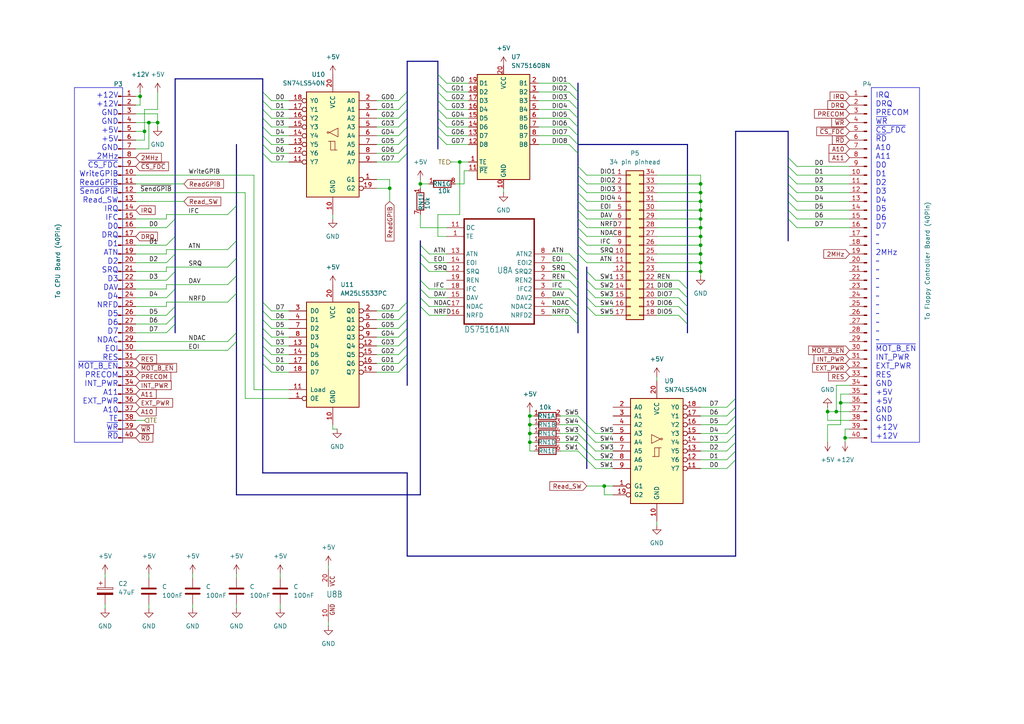
<source format=kicad_sch>
(kicad_sch (version 20231120) (generator "eeschema") (generator_version "8.0")
  (paper "A4")
  (title_block (company "JDat aka YL3AKC"))
  (junction (at 43.18 35.56))
  (junction (at 203.2 66.04))
  (junction (at 240.03 119.38))
  (junction (at 243.84 116.84))
  (junction (at 203.2 68.58))
  (junction (at 153.67 123.19))
  (junction (at 242.57 119.38))
  (junction (at 113.03 54.61))
  (junction (at 203.2 63.5))
  (junction (at 40.64 27.94))
  (junction (at 175.26 140.97))
  (junction (at 153.67 125.73))
  (junction (at 245.11 127))
  (junction (at 203.2 78.74))
  (junction (at 41.91 38.1))
  (junction (at 133.35 46.99))
  (junction (at 45.72 35.56))
  (junction (at 203.2 53.34))
  (junction (at 121.92 53.34))
  (junction (at 203.2 58.42))
  (junction (at 153.67 120.65))
  (junction (at 203.2 71.12))
  (junction (at 203.2 60.96))
  (junction (at 153.67 128.27))
  (junction (at 203.2 55.88))
  (junction (at 203.2 76.2))
  (junction (at 203.2 73.66))
  (bus_entry (at 48.26 86.36) (size 2.54 -2.54))
  (bus_entry (at 167.64 130.81) (size 2.54 2.54))
  (bus_entry (at 165.1 88.9) (size 2.54 2.54))
  (bus_entry (at 165.1 86.36) (size 2.54 2.54))
  (bus_entry (at 127 29.21) (size 2.54 2.54))
  (bus_entry (at 121.92 86.36) (size 2.54 2.54))
  (bus_entry (at 127 34.29) (size 2.54 2.54))
  (bus_entry (at 78.74 46.99) (size -2.54 -2.54))
  (bus_entry (at 115.57 29.21) (size 2.54 -2.54))
  (bus_entry (at 167.64 58.42) (size 2.54 2.54))
  (bus_entry (at 165.1 91.44) (size 2.54 2.54))
  (bus_entry (at 127 36.83) (size 2.54 2.54))
  (bus_entry (at 170.18 83.82) (size 2.54 2.54))
  (bus_entry (at 170.18 130.81) (size 2.54 2.54))
  (bus_entry (at 78.74 102.87) (size -2.54 -2.54))
  (bus_entry (at 167.64 48.26) (size 2.54 2.54))
  (bus_entry (at 48.26 93.98) (size 2.54 -2.54))
  (bus_entry (at 115.57 31.75) (size 2.54 -2.54))
  (bus_entry (at 66.04 101.6) (size 2.54 -2.54))
  (bus_entry (at 196.85 86.36) (size 2.54 2.54))
  (bus_entry (at 115.57 39.37) (size 2.54 -2.54))
  (bus_entry (at 228.6 50.8) (size 2.54 2.54))
  (bus_entry (at 165.1 24.13) (size 2.54 2.54))
  (bus_entry (at 196.85 88.9) (size 2.54 2.54))
  (bus_entry (at 167.64 66.04) (size 2.54 2.54))
  (bus_entry (at 170.18 86.36) (size 2.54 2.54))
  (bus_entry (at 121.92 81.28) (size 2.54 2.54))
  (bus_entry (at 165.1 39.37) (size 2.54 2.54))
  (bus_entry (at 115.57 46.99) (size 2.54 -2.54))
  (bus_entry (at 66.04 62.23) (size 2.54 -2.54))
  (bus_entry (at 115.57 95.25) (size 2.54 -2.54))
  (bus_entry (at 115.57 102.87) (size 2.54 -2.54))
  (bus_entry (at 196.85 81.28) (size 2.54 2.54))
  (bus_entry (at 78.74 97.79) (size -2.54 -2.54))
  (bus_entry (at 78.74 90.17) (size -2.54 -2.54))
  (bus_entry (at 167.64 55.88) (size 2.54 2.54))
  (bus_entry (at 115.57 97.79) (size 2.54 -2.54))
  (bus_entry (at 127 21.59) (size 2.54 2.54))
  (bus_entry (at 127 24.13) (size 2.54 2.54))
  (bus_entry (at 165.1 41.91) (size 2.54 2.54))
  (bus_entry (at 78.74 95.25) (size -2.54 -2.54))
  (bus_entry (at 78.74 92.71) (size -2.54 -2.54))
  (bus_entry (at 66.04 77.47) (size 2.54 -2.54))
  (bus_entry (at 167.64 125.73) (size 2.54 2.54))
  (bus_entry (at 48.26 71.12) (size 2.54 -2.54))
  (bus_entry (at 165.1 31.75) (size 2.54 2.54))
  (bus_entry (at 165.1 26.67) (size 2.54 2.54))
  (bus_entry (at 228.6 58.42) (size 2.54 2.54))
  (bus_entry (at 66.04 99.06) (size 2.54 -2.54))
  (bus_entry (at 167.64 128.27) (size 2.54 2.54))
  (bus_entry (at 48.26 81.28) (size 2.54 -2.54))
  (bus_entry (at 170.18 81.28) (size 2.54 2.54))
  (bus_entry (at 78.74 44.45) (size -2.54 -2.54))
  (bus_entry (at 210.82 130.81) (size 2.54 -2.54))
  (bus_entry (at 115.57 107.95) (size 2.54 -2.54))
  (bus_entry (at 115.57 36.83) (size 2.54 -2.54))
  (bus_entry (at 167.64 123.19) (size 2.54 2.54))
  (bus_entry (at 48.26 91.44) (size 2.54 -2.54))
  (bus_entry (at 78.74 39.37) (size -2.54 -2.54))
  (bus_entry (at 228.6 48.26) (size 2.54 2.54))
  (bus_entry (at 210.82 123.19) (size 2.54 -2.54))
  (bus_entry (at 165.1 34.29) (size 2.54 2.54))
  (bus_entry (at 210.82 133.35) (size 2.54 -2.54))
  (bus_entry (at 115.57 44.45) (size 2.54 -2.54))
  (bus_entry (at 167.64 53.34) (size 2.54 2.54))
  (bus_entry (at 167.64 50.8) (size 2.54 2.54))
  (bus_entry (at 167.64 68.58) (size 2.54 2.54))
  (bus_entry (at 167.64 73.66) (size 2.54 2.54))
  (bus_entry (at 165.1 73.66) (size 2.54 2.54))
  (bus_entry (at 48.26 96.52) (size 2.54 -2.54))
  (bus_entry (at 167.64 63.5) (size 2.54 2.54))
  (bus_entry (at 78.74 100.33) (size -2.54 -2.54))
  (bus_entry (at 228.6 55.88) (size 2.54 2.54))
  (bus_entry (at 167.64 71.12) (size 2.54 2.54))
  (bus_entry (at 210.82 128.27) (size 2.54 -2.54))
  (bus_entry (at 196.85 91.44) (size 2.54 2.54))
  (bus_entry (at 210.82 118.11) (size 2.54 -2.54))
  (bus_entry (at 127 31.75) (size 2.54 2.54))
  (bus_entry (at 121.92 88.9) (size 2.54 2.54))
  (bus_entry (at 167.64 60.96) (size 2.54 2.54))
  (bus_entry (at 115.57 100.33) (size 2.54 -2.54))
  (bus_entry (at 121.92 83.82) (size 2.54 2.54))
  (bus_entry (at 48.26 76.2) (size 2.54 -2.54))
  (bus_entry (at 165.1 81.28) (size 2.54 2.54))
  (bus_entry (at 78.74 29.21) (size -2.54 -2.54))
  (bus_entry (at 115.57 105.41) (size 2.54 -2.54))
  (bus_entry (at 170.18 133.35) (size 2.54 2.54))
  (bus_entry (at 210.82 120.65) (size 2.54 -2.54))
  (bus_entry (at 165.1 78.74) (size 2.54 2.54))
  (bus_entry (at 210.82 125.73) (size 2.54 -2.54))
  (bus_entry (at 121.92 71.12) (size 2.54 2.54))
  (bus_entry (at 115.57 92.71) (size 2.54 -2.54))
  (bus_entry (at 127 26.67) (size 2.54 2.54))
  (bus_entry (at 170.18 123.19) (size 2.54 2.54))
  (bus_entry (at 228.6 53.34) (size 2.54 2.54))
  (bus_entry (at 165.1 29.21) (size 2.54 2.54))
  (bus_entry (at 78.74 41.91) (size -2.54 -2.54))
  (bus_entry (at 78.74 34.29) (size -2.54 -2.54))
  (bus_entry (at 210.82 135.89) (size 2.54 -2.54))
  (bus_entry (at 78.74 36.83) (size -2.54 -2.54))
  (bus_entry (at 196.85 83.82) (size 2.54 2.54))
  (bus_entry (at 170.18 78.74) (size 2.54 2.54))
  (bus_entry (at 115.57 41.91) (size 2.54 -2.54))
  (bus_entry (at 121.92 73.66) (size 2.54 2.54))
  (bus_entry (at 170.18 128.27) (size 2.54 2.54))
  (bus_entry (at 167.64 120.65) (size 2.54 2.54))
  (bus_entry (at 48.26 66.04) (size 2.54 -2.54))
  (bus_entry (at 127 39.37) (size 2.54 2.54))
  (bus_entry (at 165.1 83.82) (size 2.54 2.54))
  (bus_entry (at 66.04 72.39) (size 2.54 -2.54))
  (bus_entry (at 170.18 125.73) (size 2.54 2.54))
  (bus_entry (at 165.1 36.83) (size 2.54 2.54))
  (bus_entry (at 165.1 76.2) (size 2.54 2.54))
  (bus_entry (at 228.6 60.96) (size 2.54 2.54))
  (bus_entry (at 78.74 107.95) (size -2.54 -2.54))
  (bus_entry (at 78.74 105.41) (size -2.54 -2.54))
  (bus_entry (at 66.04 87.63) (size 2.54 -2.54))
  (bus_entry (at 115.57 90.17) (size 2.54 -2.54))
  (bus_entry (at 78.74 31.75) (size -2.54 -2.54))
  (bus_entry (at 170.18 88.9) (size 2.54 2.54))
  (bus_entry (at 228.6 63.5) (size 2.54 2.54))
  (bus_entry (at 66.04 82.55) (size 2.54 -2.54))
  (bus_entry (at 228.6 45.72) (size 2.54 2.54))
  (bus_entry (at 121.92 76.2) (size 2.54 2.54))
  (bus_entry (at 115.57 34.29) (size 2.54 -2.54))
  (bus (pts (xy 76.2 97.79) (xy 76.2 100.33)))
  (wire (pts (xy 39.37 43.18) (xy 43.18 43.18)))
  (wire (pts (xy 68.58 166.37) (xy 68.58 167.64)))
  (bus (pts (xy 76.2 44.45) (xy 76.2 87.63)))
  (wire (pts (xy 160.02 76.2) (xy 165.1 76.2)))
  (bus (pts (xy 121.92 76.2) (xy 121.92 81.28)))
  (bus (pts (xy 118.11 100.33) (xy 118.11 102.87)))
  (wire (pts (xy 83.82 41.91) (xy 78.74 41.91)))
  (wire (pts (xy 190.5 76.2) (xy 203.2 76.2)))
  (wire (pts (xy 96.52 63.5) (xy 96.52 62.23)))
  (wire (pts (xy 153.67 120.65) (xy 153.67 119.38)))
  (wire (pts (xy 45.72 35.56) (xy 45.72 36.83)))
  (bus (pts (xy 213.36 38.1) (xy 213.36 115.57)))
  (wire (pts (xy 156.21 29.21) (xy 165.1 29.21)))
  (wire (pts (xy 203.2 133.35) (xy 210.82 133.35)))
  (wire (pts (xy 39.37 81.28) (xy 48.26 81.28)))
  (wire (pts (xy 39.37 93.98) (xy 48.26 93.98)))
  (bus (pts (xy 118.11 31.75) (xy 118.11 34.29)))
  (bus (pts (xy 76.2 31.75) (xy 76.2 34.29)))
  (bus (pts (xy 167.64 93.98) (xy 167.64 96.52)))
  (bus (pts (xy 167.64 24.13) (xy 167.64 26.67)))
  (bus (pts (xy 199.39 83.82) (xy 199.39 41.91)))
  (wire (pts (xy 41.91 121.92) (xy 39.37 121.92)))
  (wire (pts (xy 109.22 107.95) (xy 115.57 107.95)))
  (wire (pts (xy 39.37 30.48) (xy 40.64 30.48)))
  (wire (pts (xy 95.25 163.83) (xy 95.25 165.1)))
  (wire (pts (xy 78.74 102.87) (xy 83.82 102.87)))
  (wire (pts (xy 48.26 77.47) (xy 66.04 77.47)))
  (wire (pts (xy 48.26 82.55) (xy 66.04 82.55)))
  (wire (pts (xy 109.22 34.29) (xy 115.57 34.29)))
  (wire (pts (xy 39.37 78.74) (xy 48.26 78.74)))
  (wire (pts (xy 243.84 123.19) (xy 240.03 123.19)))
  (wire (pts (xy 124.46 73.66) (xy 129.54 73.66)))
  (wire (pts (xy 30.48 166.37) (xy 30.48 167.64)))
  (bus (pts (xy 76.2 92.71) (xy 76.2 95.25)))
  (bus (pts (xy 228.6 38.1) (xy 228.6 45.72)))
  (bus (pts (xy 76.2 102.87) (xy 76.2 105.41)))
  (wire (pts (xy 43.18 176.53) (xy 43.18 175.26)))
  (wire (pts (xy 83.82 36.83) (xy 78.74 36.83)))
  (wire (pts (xy 48.26 72.39) (xy 66.04 72.39)))
  (wire (pts (xy 231.14 66.04) (xy 246.38 66.04)))
  (bus (pts (xy 50.8 73.66) (xy 50.8 78.74)))
  (wire (pts (xy 242.57 119.38) (xy 246.38 119.38)))
  (wire (pts (xy 39.37 55.88) (xy 71.12 55.88)))
  (wire (pts (xy 39.37 99.06) (xy 66.04 99.06)))
  (bus (pts (xy 170.18 133.35) (xy 170.18 135.89)))
  (wire (pts (xy 39.37 63.5) (xy 48.26 63.5)))
  (bus (pts (xy 118.11 26.67) (xy 118.11 29.21)))
  (wire (pts (xy 121.92 66.04) (xy 129.54 66.04)))
  (wire (pts (xy 153.67 125.73) (xy 153.67 123.19)))
  (bus (pts (xy 76.2 100.33) (xy 76.2 102.87)))
  (wire (pts (xy 45.72 31.75) (xy 45.72 26.67)))
  (bus (pts (xy 76.2 87.63) (xy 76.2 90.17)))
  (bus (pts (xy 68.58 69.85) (xy 68.58 74.93)))
  (bus (pts (xy 118.11 137.16) (xy 76.2 137.16)))
  (wire (pts (xy 162.56 130.81) (xy 167.64 130.81)))
  (wire (pts (xy 190.5 86.36) (xy 196.85 86.36)))
  (wire (pts (xy 109.22 39.37) (xy 115.57 39.37)))
  (wire (pts (xy 203.2 130.81) (xy 210.82 130.81)))
  (wire (pts (xy 78.74 90.17) (xy 83.82 90.17)))
  (wire (pts (xy 129.54 68.58) (xy 127 68.58)))
  (wire (pts (xy 78.74 105.41) (xy 83.82 105.41)))
  (wire (pts (xy 231.14 58.42) (xy 246.38 58.42)))
  (wire (pts (xy 231.14 55.88) (xy 246.38 55.88)))
  (bus (pts (xy 76.2 22.86) (xy 50.8 22.86)))
  (bus (pts (xy 213.36 133.35) (xy 213.36 161.29)))
  (wire (pts (xy 113.03 52.07) (xy 113.03 54.61)))
  (bus (pts (xy 167.64 71.12) (xy 167.64 73.66)))
  (bus (pts (xy 121.92 69.85) (xy 121.92 71.12)))
  (wire (pts (xy 39.37 71.12) (xy 48.26 71.12)))
  (wire (pts (xy 153.67 120.65) (xy 154.94 120.65)))
  (wire (pts (xy 162.56 128.27) (xy 167.64 128.27)))
  (wire (pts (xy 190.5 71.12) (xy 203.2 71.12)))
  (wire (pts (xy 160.02 81.28) (xy 165.1 81.28)))
  (wire (pts (xy 190.5 53.34) (xy 203.2 53.34)))
  (bus (pts (xy 76.2 29.21) (xy 76.2 31.75)))
  (wire (pts (xy 190.5 58.42) (xy 203.2 58.42)))
  (wire (pts (xy 246.38 121.92) (xy 240.03 121.92)))
  (wire (pts (xy 109.22 46.99) (xy 115.57 46.99)))
  (wire (pts (xy 240.03 123.19) (xy 240.03 128.27)))
  (bus (pts (xy 76.2 39.37) (xy 76.2 41.91)))
  (bus (pts (xy 167.64 86.36) (xy 167.64 88.9)))
  (wire (pts (xy 73.66 113.03) (xy 83.82 113.03)))
  (bus (pts (xy 213.36 161.29) (xy 118.11 161.29)))
  (wire (pts (xy 81.28 166.37) (xy 81.28 167.64)))
  (bus (pts (xy 228.6 53.34) (xy 228.6 55.88)))
  (wire (pts (xy 134.62 49.53) (xy 135.89 49.53)))
  (wire (pts (xy 170.18 68.58) (xy 177.8 68.58)))
  (wire (pts (xy 39.37 96.52) (xy 48.26 96.52)))
  (wire (pts (xy 109.22 52.07) (xy 113.03 52.07)))
  (wire (pts (xy 172.72 83.82) (xy 177.8 83.82)))
  (wire (pts (xy 39.37 83.82) (xy 48.26 83.82)))
  (wire (pts (xy 243.84 116.84) (xy 243.84 123.19)))
  (bus (pts (xy 199.39 93.98) (xy 199.39 96.52)))
  (bus (pts (xy 118.11 36.83) (xy 118.11 39.37)))
  (wire (pts (xy 121.92 53.34) (xy 121.92 54.61)))
  (wire (pts (xy 172.72 135.89) (xy 177.8 135.89)))
  (wire (pts (xy 55.88 166.37) (xy 55.88 167.64)))
  (bus (pts (xy 167.64 83.82) (xy 167.64 86.36)))
  (wire (pts (xy 170.18 66.04) (xy 177.8 66.04)))
  (wire (pts (xy 160.02 88.9) (xy 165.1 88.9)))
  (bus (pts (xy 228.6 63.5) (xy 228.6 69.85)))
  (bus (pts (xy 50.8 88.9) (xy 50.8 91.44)))
  (wire (pts (xy 129.54 29.21) (xy 135.89 29.21)))
  (wire (pts (xy 45.72 33.02) (xy 45.72 35.56)))
  (bus (pts (xy 167.64 91.44) (xy 167.64 93.98)))
  (wire (pts (xy 153.67 123.19) (xy 153.67 120.65)))
  (wire (pts (xy 78.74 95.25) (xy 83.82 95.25)))
  (bus (pts (xy 199.39 91.44) (xy 199.39 88.9)))
  (bus (pts (xy 167.64 53.34) (xy 167.64 55.88)))
  (wire (pts (xy 78.74 92.71) (xy 83.82 92.71)))
  (bus (pts (xy 50.8 68.58) (xy 50.8 73.66)))
  (wire (pts (xy 129.54 34.29) (xy 135.89 34.29)))
  (wire (pts (xy 41.91 31.75) (xy 45.72 31.75)))
  (wire (pts (xy 240.03 119.38) (xy 242.57 119.38)))
  (wire (pts (xy 156.21 41.91) (xy 165.1 41.91)))
  (wire (pts (xy 130.81 46.99) (xy 133.35 46.99)))
  (wire (pts (xy 129.54 26.67) (xy 135.89 26.67)))
  (wire (pts (xy 109.22 90.17) (xy 115.57 90.17)))
  (wire (pts (xy 127 68.58) (xy 127 62.23)))
  (wire (pts (xy 162.56 123.19) (xy 167.64 123.19)))
  (wire (pts (xy 71.12 115.57) (xy 83.82 115.57)))
  (wire (pts (xy 124.46 86.36) (xy 129.54 86.36)))
  (wire (pts (xy 124.46 53.34) (xy 121.92 53.34)))
  (bus (pts (xy 228.6 58.42) (xy 228.6 60.96)))
  (bus (pts (xy 121.92 81.28) (xy 121.92 83.82)))
  (wire (pts (xy 83.82 39.37) (xy 78.74 39.37)))
  (wire (pts (xy 203.2 78.74) (xy 203.2 80.01)))
  (wire (pts (xy 154.94 128.27) (xy 153.67 128.27)))
  (bus (pts (xy 68.58 74.93) (xy 68.58 80.01)))
  (wire (pts (xy 242.57 111.76) (xy 242.57 119.38)))
  (bus (pts (xy 118.11 17.78) (xy 118.11 26.67)))
  (bus (pts (xy 127 36.83) (xy 127 34.29)))
  (wire (pts (xy 170.18 73.66) (xy 177.8 73.66)))
  (wire (pts (xy 127 62.23) (xy 133.35 62.23)))
  (bus (pts (xy 121.92 83.82) (xy 121.92 86.36)))
  (wire (pts (xy 170.18 140.97) (xy 175.26 140.97)))
  (wire (pts (xy 154.94 125.73) (xy 153.67 125.73)))
  (bus (pts (xy 50.8 93.98) (xy 50.8 96.52)))
  (wire (pts (xy 83.82 34.29) (xy 78.74 34.29)))
  (bus (pts (xy 68.58 99.06) (xy 68.58 143.51)))
  (bus (pts (xy 167.64 58.42) (xy 167.64 60.96)))
  (wire (pts (xy 190.5 55.88) (xy 203.2 55.88)))
  (bus (pts (xy 167.64 34.29) (xy 167.64 36.83)))
  (wire (pts (xy 245.11 127) (xy 245.11 128.27)))
  (wire (pts (xy 190.5 50.8) (xy 203.2 50.8)))
  (wire (pts (xy 132.08 53.34) (xy 134.62 53.34)))
  (bus (pts (xy 170.18 83.82) (xy 170.18 86.36)))
  (wire (pts (xy 39.37 50.8) (xy 73.66 50.8)))
  (wire (pts (xy 83.82 46.99) (xy 78.74 46.99)))
  (wire (pts (xy 109.22 102.87) (xy 115.57 102.87)))
  (wire (pts (xy 39.37 53.34) (xy 53.34 53.34)))
  (wire (pts (xy 39.37 66.04) (xy 48.26 66.04)))
  (wire (pts (xy 48.26 83.82) (xy 48.26 82.55)))
  (wire (pts (xy 170.18 63.5) (xy 177.8 63.5)))
  (bus (pts (xy 121.92 143.51) (xy 68.58 143.51)))
  (bus (pts (xy 167.64 88.9) (xy 167.64 91.44)))
  (wire (pts (xy 133.35 62.23) (xy 133.35 46.99)))
  (bus (pts (xy 167.64 63.5) (xy 167.64 66.04)))
  (bus (pts (xy 167.64 73.66) (xy 167.64 76.2)))
  (bus (pts (xy 167.64 78.74) (xy 167.64 81.28)))
  (wire (pts (xy 203.2 118.11) (xy 210.82 118.11)))
  (wire (pts (xy 190.5 91.44) (xy 196.85 91.44)))
  (bus (pts (xy 170.18 88.9) (xy 170.18 123.19)))
  (bus (pts (xy 76.2 95.25) (xy 76.2 97.79)))
  (wire (pts (xy 109.22 54.61) (xy 113.03 54.61)))
  (wire (pts (xy 177.8 143.51) (xy 175.26 143.51)))
  (bus (pts (xy 127 21.59) (xy 127 17.78)))
  (wire (pts (xy 240.03 119.38) (xy 240.03 118.11)))
  (wire (pts (xy 39.37 73.66) (xy 48.26 73.66)))
  (wire (pts (xy 124.46 83.82) (xy 129.54 83.82)))
  (bus (pts (xy 228.6 60.96) (xy 228.6 63.5)))
  (bus (pts (xy 199.39 41.91) (xy 167.64 41.91)))
  (wire (pts (xy 160.02 73.66) (xy 165.1 73.66)))
  (wire (pts (xy 73.66 50.8) (xy 73.66 113.03)))
  (wire (pts (xy 246.38 116.84) (xy 243.84 116.84)))
  (wire (pts (xy 231.14 50.8) (xy 246.38 50.8)))
  (bus (pts (xy 170.18 128.27) (xy 170.18 130.81)))
  (wire (pts (xy 172.72 91.44) (xy 177.8 91.44)))
  (bus (pts (xy 167.64 44.45) (xy 167.64 48.26)))
  (wire (pts (xy 39.37 76.2) (xy 48.26 76.2)))
  (wire (pts (xy 156.21 36.83) (xy 165.1 36.83)))
  (wire (pts (xy 129.54 36.83) (xy 135.89 36.83)))
  (wire (pts (xy 170.18 53.34) (xy 177.8 53.34)))
  (wire (pts (xy 96.52 124.46) (xy 97.79 124.46)))
  (wire (pts (xy 68.58 176.53) (xy 68.58 175.26)))
  (wire (pts (xy 162.56 125.73) (xy 167.64 125.73)))
  (bus (pts (xy 167.64 60.96) (xy 167.64 63.5)))
  (wire (pts (xy 81.28 176.53) (xy 81.28 175.26)))
  (bus (pts (xy 76.2 22.86) (xy 76.2 26.67)))
  (bus (pts (xy 167.64 36.83) (xy 167.64 39.37)))
  (wire (pts (xy 203.2 60.96) (xy 203.2 63.5)))
  (wire (pts (xy 246.38 127) (xy 245.11 127)))
  (wire (pts (xy 190.5 66.04) (xy 203.2 66.04)))
  (wire (pts (xy 83.82 29.21) (xy 78.74 29.21)))
  (bus (pts (xy 68.58 96.52) (xy 68.58 99.06)))
  (wire (pts (xy 78.74 107.95) (xy 83.82 107.95)))
  (bus (pts (xy 167.64 29.21) (xy 167.64 31.75)))
  (bus (pts (xy 127 29.21) (xy 127 26.67)))
  (wire (pts (xy 129.54 24.13) (xy 135.89 24.13)))
  (wire (pts (xy 203.2 68.58) (xy 203.2 71.12)))
  (wire (pts (xy 190.5 81.28) (xy 196.85 81.28)))
  (wire (pts (xy 109.22 92.71) (xy 115.57 92.71)))
  (wire (pts (xy 39.37 27.94) (xy 40.64 27.94)))
  (wire (pts (xy 245.11 124.46) (xy 245.11 127)))
  (bus (pts (xy 121.92 86.36) (xy 121.92 88.9)))
  (bus (pts (xy 118.11 97.79) (xy 118.11 100.33)))
  (bus (pts (xy 118.11 44.45) (xy 118.11 87.63)))
  (wire (pts (xy 170.18 60.96) (xy 177.8 60.96)))
  (bus (pts (xy 68.58 41.91) (xy 68.58 59.69)))
  (wire (pts (xy 203.2 53.34) (xy 203.2 55.88)))
  (bus (pts (xy 170.18 123.19) (xy 170.18 125.73)))
  (bus (pts (xy 118.11 39.37) (xy 118.11 41.91)))
  (wire (pts (xy 39.37 38.1) (xy 41.91 38.1)))
  (wire (pts (xy 190.5 73.66) (xy 203.2 73.66)))
  (wire (pts (xy 48.26 87.63) (xy 66.04 87.63)))
  (bus (pts (xy 76.2 105.41) (xy 76.2 137.16)))
  (wire (pts (xy 39.37 58.42) (xy 53.34 58.42)))
  (wire (pts (xy 172.72 86.36) (xy 177.8 86.36)))
  (wire (pts (xy 48.26 78.74) (xy 48.26 77.47)))
  (bus (pts (xy 76.2 90.17) (xy 76.2 92.71)))
  (bus (pts (xy 170.18 77.47) (xy 170.18 78.74)))
  (wire (pts (xy 39.37 33.02) (xy 45.72 33.02)))
  (wire (pts (xy 121.92 52.07) (xy 121.92 53.34)))
  (wire (pts (xy 154.94 123.19) (xy 153.67 123.19)))
  (wire (pts (xy 55.88 176.53) (xy 55.88 175.26)))
  (wire (pts (xy 109.22 105.41) (xy 115.57 105.41)))
  (wire (pts (xy 160.02 91.44) (xy 165.1 91.44)))
  (bus (pts (xy 167.64 81.28) (xy 167.64 83.82)))
  (wire (pts (xy 190.5 78.74) (xy 203.2 78.74)))
  (wire (pts (xy 156.21 31.75) (xy 165.1 31.75)))
  (bus (pts (xy 167.64 50.8) (xy 167.64 53.34)))
  (wire (pts (xy 109.22 95.25) (xy 115.57 95.25)))
  (wire (pts (xy 48.26 63.5) (xy 48.26 62.23)))
  (bus (pts (xy 118.11 29.21) (xy 118.11 31.75)))
  (wire (pts (xy 48.26 73.66) (xy 48.26 72.39)))
  (wire (pts (xy 48.26 62.23) (xy 66.04 62.23)))
  (bus (pts (xy 167.64 26.67) (xy 167.64 29.21)))
  (wire (pts (xy 39.37 101.6) (xy 66.04 101.6)))
  (wire (pts (xy 133.35 46.99) (xy 135.89 46.99)))
  (wire (pts (xy 231.14 53.34) (xy 246.38 53.34)))
  (wire (pts (xy 129.54 41.91) (xy 135.89 41.91)))
  (bus (pts (xy 213.36 118.11) (xy 213.36 120.65)))
  (wire (pts (xy 134.62 53.34) (xy 134.62 49.53)))
  (bus (pts (xy 50.8 91.44) (xy 50.8 93.98)))
  (wire (pts (xy 78.74 97.79) (xy 83.82 97.79)))
  (bus (pts (xy 167.64 39.37) (xy 167.64 41.91)))
  (bus (pts (xy 68.58 80.01) (xy 68.58 85.09)))
  (bus (pts (xy 50.8 83.82) (xy 50.8 88.9)))
  (wire (pts (xy 170.18 50.8) (xy 177.8 50.8)))
  (bus (pts (xy 121.92 73.66) (xy 121.92 76.2)))
  (bus (pts (xy 121.92 88.9) (xy 121.92 143.51)))
  (wire (pts (xy 124.46 78.74) (xy 129.54 78.74)))
  (wire (pts (xy 190.5 88.9) (xy 196.85 88.9)))
  (wire (pts (xy 48.26 88.9) (xy 48.26 87.63)))
  (wire (pts (xy 190.5 109.22) (xy 190.5 110.49)))
  (wire (pts (xy 43.18 43.18) (xy 43.18 35.56)))
  (bus (pts (xy 228.6 45.72) (xy 228.6 48.26)))
  (wire (pts (xy 170.18 71.12) (xy 177.8 71.12)))
  (wire (pts (xy 190.5 68.58) (xy 203.2 68.58)))
  (wire (pts (xy 172.72 81.28) (xy 177.8 81.28)))
  (wire (pts (xy 172.72 128.27) (xy 177.8 128.27)))
  (wire (pts (xy 203.2 123.19) (xy 210.82 123.19)))
  (wire (pts (xy 43.18 35.56) (xy 39.37 35.56)))
  (wire (pts (xy 246.38 124.46) (xy 245.11 124.46)))
  (wire (pts (xy 160.02 78.74) (xy 165.1 78.74)))
  (wire (pts (xy 109.22 44.45) (xy 115.57 44.45)))
  (wire (pts (xy 39.37 88.9) (xy 48.26 88.9)))
  (bus (pts (xy 118.11 95.25) (xy 118.11 97.79)))
  (bus (pts (xy 228.6 50.8) (xy 228.6 53.34)))
  (bus (pts (xy 170.18 125.73) (xy 170.18 128.27)))
  (wire (pts (xy 203.2 71.12) (xy 203.2 73.66)))
  (wire (pts (xy 203.2 58.42) (xy 203.2 60.96)))
  (wire (pts (xy 243.84 114.3) (xy 243.84 116.84)))
  (bus (pts (xy 118.11 41.91) (xy 118.11 44.45)))
  (bus (pts (xy 213.36 125.73) (xy 213.36 128.27)))
  (wire (pts (xy 40.64 27.94) (xy 40.64 26.67)))
  (wire (pts (xy 170.18 55.88) (xy 177.8 55.88)))
  (bus (pts (xy 167.64 48.26) (xy 167.64 50.8)))
  (wire (pts (xy 190.5 60.96) (xy 203.2 60.96)))
  (bus (pts (xy 127 34.29) (xy 127 31.75)))
  (wire (pts (xy 160.02 86.36) (xy 165.1 86.36)))
  (bus (pts (xy 213.36 128.27) (xy 213.36 130.81)))
  (wire (pts (xy 156.21 34.29) (xy 165.1 34.29)))
  (wire (pts (xy 246.38 111.76) (xy 242.57 111.76)))
  (bus (pts (xy 118.11 87.63) (xy 118.11 90.17)))
  (bus (pts (xy 213.36 123.19) (xy 213.36 125.73)))
  (bus (pts (xy 167.64 66.04) (xy 167.64 68.58)))
  (wire (pts (xy 156.21 24.13) (xy 165.1 24.13)))
  (wire (pts (xy 39.37 86.36) (xy 48.26 86.36)))
  (wire (pts (xy 41.91 40.64) (xy 41.91 38.1)))
  (bus (pts (xy 118.11 102.87) (xy 118.11 105.41)))
  (wire (pts (xy 231.14 48.26) (xy 246.38 48.26)))
  (wire (pts (xy 203.2 128.27) (xy 210.82 128.27)))
  (wire (pts (xy 153.67 128.27) (xy 153.67 125.73)))
  (wire (pts (xy 71.12 55.88) (xy 71.12 115.57)))
  (wire (pts (xy 172.72 88.9) (xy 177.8 88.9)))
  (wire (pts (xy 109.22 31.75) (xy 115.57 31.75)))
  (wire (pts (xy 156.21 39.37) (xy 165.1 39.37)))
  (wire (pts (xy 109.22 36.83) (xy 115.57 36.83)))
  (bus (pts (xy 118.11 34.29) (xy 118.11 36.83)))
  (bus (pts (xy 118.11 161.29) (xy 118.11 137.16)))
  (wire (pts (xy 83.82 31.75) (xy 78.74 31.75)))
  (wire (pts (xy 30.48 176.53) (xy 30.48 175.26)))
  (wire (pts (xy 109.22 100.33) (xy 115.57 100.33)))
  (wire (pts (xy 78.74 100.33) (xy 83.82 100.33)))
  (wire (pts (xy 109.22 97.79) (xy 115.57 97.79)))
  (bus (pts (xy 167.64 55.88) (xy 167.64 58.42)))
  (wire (pts (xy 175.26 143.51) (xy 175.26 140.97)))
  (wire (pts (xy 124.46 76.2) (xy 129.54 76.2)))
  (wire (pts (xy 203.2 73.66) (xy 203.2 76.2)))
  (wire (pts (xy 172.72 125.73) (xy 177.8 125.73)))
  (wire (pts (xy 203.2 125.73) (xy 210.82 125.73)))
  (bus (pts (xy 213.36 115.57) (xy 213.36 118.11)))
  (bus (pts (xy 170.18 133.35) (xy 170.18 130.81)))
  (wire (pts (xy 240.03 121.92) (xy 240.03 119.38)))
  (bus (pts (xy 127 43.18) (xy 127 39.37)))
  (wire (pts (xy 153.67 128.27) (xy 153.67 130.81)))
  (bus (pts (xy 68.58 85.09) (xy 68.58 96.52)))
  (bus (pts (xy 170.18 78.74) (xy 170.18 81.28)))
  (wire (pts (xy 154.94 130.81) (xy 153.67 130.81)))
  (bus (pts (xy 76.2 26.67) (xy 76.2 29.21)))
  (bus (pts (xy 170.18 86.36) (xy 170.18 88.9)))
  (wire (pts (xy 162.56 120.65) (xy 167.64 120.65)))
  (bus (pts (xy 118.11 90.17) (xy 118.11 92.71)))
  (wire (pts (xy 160.02 83.82) (xy 165.1 83.82)))
  (bus (pts (xy 167.64 68.58) (xy 167.64 71.12)))
  (wire (pts (xy 41.91 38.1) (xy 41.91 31.75)))
  (bus (pts (xy 118.11 92.71) (xy 118.11 95.25)))
  (bus (pts (xy 121.92 71.12) (xy 121.92 73.66)))
  (bus (pts (xy 127 39.37) (xy 127 36.83)))
  (wire (pts (xy 203.2 63.5) (xy 203.2 66.04)))
  (bus (pts (xy 199.39 86.36) (xy 199.39 83.82)))
  (bus (pts (xy 127 17.78) (xy 118.11 17.78)))
  (wire (pts (xy 40.64 30.48) (xy 40.64 27.94)))
  (bus (pts (xy 167.64 31.75) (xy 167.64 34.29)))
  (wire (pts (xy 43.18 166.37) (xy 43.18 167.64)))
  (bus (pts (xy 50.8 22.86) (xy 50.8 63.5)))
  (wire (pts (xy 190.5 83.82) (xy 196.85 83.82)))
  (bus (pts (xy 68.58 59.69) (xy 68.58 69.85)))
  (bus (pts (xy 170.18 81.28) (xy 170.18 83.82)))
  (bus (pts (xy 76.2 41.91) (xy 76.2 44.45)))
  (wire (pts (xy 124.46 91.44) (xy 129.54 91.44)))
  (wire (pts (xy 45.72 35.56) (xy 43.18 35.56)))
  (wire (pts (xy 246.38 114.3) (xy 243.84 114.3)))
  (wire (pts (xy 109.22 41.91) (xy 115.57 41.91)))
  (wire (pts (xy 83.82 44.45) (xy 78.74 44.45)))
  (bus (pts (xy 118.11 105.41) (xy 118.11 111.76)))
  (wire (pts (xy 109.22 29.21) (xy 115.57 29.21)))
  (bus (pts (xy 213.36 120.65) (xy 213.36 123.19)))
  (wire (pts (xy 146.05 55.88) (xy 146.05 54.61)))
  (bus (pts (xy 199.39 91.44) (xy 199.39 93.98)))
  (wire (pts (xy 203.2 76.2) (xy 203.2 78.74)))
  (wire (pts (xy 190.5 63.5) (xy 203.2 63.5)))
  (wire (pts (xy 203.2 50.8) (xy 203.2 53.34)))
  (bus (pts (xy 167.64 76.2) (xy 167.64 78.74)))
  (wire (pts (xy 121.92 66.04) (xy 121.92 62.23)))
  (wire (pts (xy 124.46 88.9) (xy 129.54 88.9)))
  (wire (pts (xy 170.18 76.2) (xy 177.8 76.2)))
  (wire (pts (xy 156.21 26.67) (xy 165.1 26.67)))
  (wire (pts (xy 231.14 63.5) (xy 246.38 63.5)))
  (bus (pts (xy 213.36 130.81) (xy 213.36 133.35)))
  (wire (pts (xy 39.37 40.64) (xy 41.91 40.64)))
  (bus (pts (xy 127 26.67) (xy 127 24.13)))
  (bus (pts (xy 76.2 36.83) (xy 76.2 39.37)))
  (bus (pts (xy 228.6 55.88) (xy 228.6 58.42)))
  (wire (pts (xy 129.54 39.37) (xy 135.89 39.37)))
  (bus (pts (xy 199.39 88.9) (xy 199.39 86.36)))
  (wire (pts (xy 203.2 120.65) (xy 210.82 120.65)))
  (wire (pts (xy 96.52 124.46) (xy 96.52 123.19)))
  (bus (pts (xy 228.6 38.1) (xy 213.36 38.1)))
  (wire (pts (xy 113.03 54.61) (xy 113.03 58.42)))
  (bus (pts (xy 167.64 41.91) (xy 167.64 44.45)))
  (wire (pts (xy 203.2 135.89) (xy 210.82 135.89)))
  (wire (pts (xy 203.2 55.88) (xy 203.2 58.42)))
  (wire (pts (xy 170.18 58.42) (xy 177.8 58.42)))
  (bus (pts (xy 50.8 78.74) (xy 50.8 83.82)))
  (wire (pts (xy 203.2 66.04) (xy 203.2 68.58)))
  (wire (pts (xy 190.5 152.4) (xy 190.5 151.13)))
  (wire (pts (xy 95.25 181.61) (xy 95.25 180.34)))
  (wire (pts (xy 172.72 133.35) (xy 177.8 133.35)))
  (wire (pts (xy 231.14 60.96) (xy 246.38 60.96)))
  (bus (pts (xy 127 24.13) (xy 127 21.59)))
  (bus (pts (xy 50.8 63.5) (xy 50.8 68.58)))
  (wire (pts (xy 39.37 91.44) (xy 48.26 91.44)))
  (wire (pts (xy 172.72 130.81) (xy 177.8 130.81)))
  (bus (pts (xy 127 31.75) (xy 127 29.21)))
  (bus (pts (xy 228.6 48.26) (xy 228.6 50.8)))
  (bus (pts (xy 76.2 34.29) (xy 76.2 36.83)))
  (wire (pts (xy 175.26 140.97) (xy 177.8 140.97)))
  (wire (pts (xy 129.54 31.75) (xy 135.89 31.75)))
  (text_box "+12V\n+12V\nGND\nGND\n+5V\n+5V\nGND\n2MHz\n~{CS_FDC}\nWriteGPiB\nReadGPiB\n~{SendGPiB}\nRead_SW\nIRQ\nIFC\nD0\nDRQ\nD1\nATN\nD2\nSRQ\nD3\nDAV\nD4\nNRFD\nD5\nD6\nD7\nNDAC\nEOI\nRES\n~{MOT_B_EN}\nPRECOM\nINT_PWR\nA11\nEXT_PWR\nA10\nТЕ\n~{WR}\n~{RD}" (at 21.59 25.4 0) (size 13.97 102.87) (effects (font (size 1.5748 1.5748)) (justify right top)))
  (text_box "IRQ\nDRQ\nPRECOM\n~{WR}\n~{CS_FDC}\n~{RD}\nA10\nA11\nD0\nD1\nD2\nD3\nD4\nD5\nD6\nD7\n~\n~\n2MHz\n~\n~\n~\n~\n~\n~\n~\n~\n~\n~\n~{MOT_B_EN}\nINT_PWR\nEXT_PWR\nRES\nGND\n+5V\n+5V\nGND\nGND\n+12V\n+12V\n" (at 252.73 25.4 0) (size 13.97 102.87) (effects (font (size 1.5748 1.5748)) (justify left top)))
  (label "DAV" (at 173.99 63.5 0))
  (label "SRQ" (at 173.99 73.66 0))
  (label "SW3" (at 163.83 125.73 0))
  (label "D1" (at 82.55 31.75 180))
  (label "GD1" (at 130.81 26.67 0))
  (label "SW2" (at 173.99 83.82 0))
  (label "EOI" (at 125.73 76.2 0))
  (label "D3" (at 82.55 36.83 180))
  (label "SW3" (at 173.99 130.81 0))
  (label "GD4" (at 110.49 97.79 0))
  (label "ATN" (at 160.02 73.66 0))
  (label "DIO3" (at 160.02 29.21 0))
  (label "DIO4" (at 173.99 58.42 0))
  (label "DIO5" (at 160.02 34.29 0))
  (label "D5" (at 82.55 95.25 180))
  (label "SW2" (at 173.99 133.35 0))
  (label "NRFD" (at 54.61 87.63 0))
  (label "D0" (at 82.55 107.95 180))
  (label "D6" (at 43.18 93.98 0))
  (label "GD2" (at 110.49 102.87 0))
  (label "D3" (at 236.22 55.88 0))
  (label "D4" (at 82.55 39.37 180))
  (label "SW1" (at 173.99 135.89 0))
  (label "D2" (at 43.18 76.2 0))
  (label "D1" (at 205.74 133.35 0))
  (label "D0" (at 205.74 135.89 0))
  (label "REN" (at 160.02 81.28 0))
  (label "DIO2" (at 160.02 26.67 0))
  (label "D6" (at 205.74 120.65 0))
  (label "GD3" (at 110.49 36.83 0))
  (label "D3" (at 205.74 128.27 0))
  (label "DIO3" (at 173.99 55.88 0))
  (label "NDAC" (at 125.73 88.9 0))
  (label "D4" (at 236.22 58.42 0))
  (label "ATN" (at 173.99 76.2 0))
  (label "D0" (at 236.22 48.26 0))
  (label "NDAC" (at 54.61 99.06 0))
  (label "GD6" (at 110.49 44.45 0))
  (label "GD0" (at 110.49 107.95 0))
  (label "SRQ" (at 125.73 78.74 0))
  (label "SW4" (at 173.99 128.27 0))
  (label "GD1" (at 110.49 105.41 0))
  (label "SRQ" (at 54.61 77.47 0))
  (label "D5" (at 43.18 91.44 0))
  (label "DIO8" (at 190.5 83.82 0))
  (label "D1" (at 43.18 71.12 0))
  (label "D3" (at 43.18 81.28 0))
  (label "GD2" (at 110.49 34.29 0))
  (label "IFC" (at 160.02 83.82 0))
  (label "NRFD" (at 125.73 91.44 0))
  (label "D7" (at 43.18 96.52 0))
  (label "GD2" (at 130.81 29.21 0))
  (label "SW3" (at 173.99 86.36 0))
  (label "WriteGPiB" (at 54.61 50.8 0))
  (label "GD0" (at 110.49 29.21 0))
  (label "SW5" (at 173.99 91.44 0))
  (label "DIO5" (at 190.5 91.44 0))
  (label "D2" (at 236.22 53.34 0))
  (label "DAV" (at 125.73 86.36 0))
  (label "GD4" (at 110.49 39.37 0))
  (label "D7" (at 82.55 90.17 180))
  (label "D1" (at 82.55 105.41 180))
  (label "DIO6" (at 160.02 36.83 0))
  (label "ATN" (at 54.61 72.39 0))
  (label "D4" (at 43.18 86.36 0))
  (label "D6" (at 82.55 92.71 180))
  (label "D4" (at 82.55 97.79 180))
  (label "D3" (at 82.55 100.33 180))
  (label "DIO1" (at 160.02 24.13 0))
  (label "D6" (at 82.55 44.45 180))
  (label "DIO4" (at 160.02 31.75 0))
  (label "D1" (at 236.22 50.8 0))
  (label "DIO1" (at 173.99 50.8 0))
  (label "GD5" (at 110.49 41.91 0))
  (label "GD7" (at 110.49 90.17 0))
  (label "SW5" (at 173.99 125.73 0))
  (label "GD5" (at 110.49 95.25 0))
  (label "D2" (at 82.55 34.29 180))
  (label "D7" (at 82.55 46.99 180))
  (label "D0" (at 43.18 66.04 0))
  (label "D2" (at 205.74 130.81 0))
  (label "REN" (at 190.5 81.28 0))
  (label "GD4" (at 130.81 34.29 0))
  (label "NRFD" (at 160.02 91.44 0))
  (label "DAV" (at 160.02 86.36 0))
  (label "EOI" (at 54.61 101.6 0))
  (label "D5" (at 82.55 41.91 180))
  (label "GD3" (at 130.81 31.75 0))
  (label "GD1" (at 110.49 31.75 0))
  (label "SW1" (at 163.83 130.81 0))
  (label "SW1" (at 173.99 81.28 0))
  (label "SW5" (at 163.83 120.65 0))
  (label "NDAC" (at 160.02 88.9 0))
  (label "NDAC" (at 173.99 68.58 0))
  (label "D7" (at 236.22 66.04 0))
  (label "EOI" (at 160.02 76.2 0))
  (label "D7" (at 205.74 118.11 0))
  (label "GD3" (at 110.49 100.33 0))
  (label "GD5" (at 130.81 36.83 0))
  (label "D4" (at 205.74 125.73 0))
  (label "ATN" (at 125.73 73.66 0))
  (label "GD6" (at 130.81 39.37 0))
  (label "~{SendGPiB}" (at 40.64 55.88 0))
  (label "DIO6" (at 190.5 88.9 0))
  (label "GD7" (at 130.81 41.91 0))
  (label "SW2" (at 163.83 128.27 0))
  (label "IFC" (at 125.73 83.82 0))
  (label "IFC" (at 54.61 62.23 0))
  (label "D6" (at 236.22 63.5 0))
  (label "DAV" (at 54.61 82.55 0))
  (label "DIO2" (at 173.99 53.34 0))
  (label "GD0" (at 130.81 24.13 0))
  (label "IFC" (at 173.99 71.12 0))
  (label "SW4" (at 173.99 88.9 0))
  (label "D5" (at 236.22 60.96 0))
  (label "D0" (at 82.55 29.21 180))
  (label "GD7" (at 110.49 46.99 0))
  (label "GD6" (at 110.49 92.71 0))
  (label "SW4" (at 163.83 123.19 0))
  (label "D2" (at 82.55 102.87 180))
  (label "NRFD" (at 173.99 66.04 0))
  (label "DIO8" (at 160.02 41.91 0))
  (label "D5" (at 205.74 123.19 0))
  (label "EOI" (at 173.99 60.96 0))
  (label "SRQ" (at 160.02 78.74 0))
  (label "DIO7" (at 190.5 86.36 0))
  (label "DIO7" (at 160.02 39.37 0))
  (global_label "PRECOM" (shape input) (at 246.38 33.02 180) (property "Intersheetrefs" "${INTERSHEET_REFS}" (effects (hide yes))))
  (global_label "Read_SW" (shape input) (at 170.18 140.97 180) (property "Intersheetrefs" "${INTERSHEET_REFS}" (effects (hide yes))))
  (global_label "EXT_PWR" (shape input) (at 39.37 116.84 0) (property "Intersheetrefs" "${INTERSHEET_REFS}" (effects (hide yes))))
  (global_label "A11" (shape input) (at 246.38 45.72 180) (property "Intersheetrefs" "${INTERSHEET_REFS}" (effects (hide yes))))
  (global_label "~{CS_FDC}" (shape input) (at 246.38 38.1 180) (property "Intersheetrefs" "${INTERSHEET_REFS}" (effects (hide yes))))
  (global_label "IRQ" (shape input) (at 39.37 60.96 0) (property "Intersheetrefs" "${INTERSHEET_REFS}" (effects (hide yes))))
  (global_label "INT_PWR" (shape input) (at 39.37 111.76 0) (property "Intersheetrefs" "${INTERSHEET_REFS}" (effects (hide yes))))
  (global_label "DRQ" (shape input) (at 246.38 30.48 180) (property "Intersheetrefs" "${INTERSHEET_REFS}" (effects (hide yes))))
  (global_label "PRECOM" (shape input) (at 39.37 109.22 0) (property "Intersheetrefs" "${INTERSHEET_REFS}" (effects (hide yes))))
  (global_label "ReadGPIB" (shape input) (at 113.03 58.42 270) (property "Intersheetrefs" "${INTERSHEET_REFS}" (effects (hide yes))))
  (global_label "~{MOT_B_EN}" (shape input) (at 246.38 101.6 180) (property "Intersheetrefs" "${INTERSHEET_REFS}" (effects (hide yes))))
  (global_label "~{RD}" (shape input) (at 246.38 40.64 180) (property "Intersheetrefs" "${INTERSHEET_REFS}" (effects (hide yes))))
  (global_label "~{WR}" (shape input) (at 246.38 35.56 180) (property "Intersheetrefs" "${INTERSHEET_REFS}" (effects (hide yes))))
  (global_label "A10" (shape input) (at 39.37 119.38 0) (property "Intersheetrefs" "${INTERSHEET_REFS}" (effects (hide yes))))
  (global_label "INT_PWR" (shape input) (at 246.38 104.14 180) (property "Intersheetrefs" "${INTERSHEET_REFS}" (effects (hide yes))))
  (global_label "2MHz" (shape input) (at 39.37 45.72 0) (property "Intersheetrefs" "${INTERSHEET_REFS}" (effects (hide yes))))
  (global_label "~{WR}" (shape input) (at 39.37 124.46 0) (property "Intersheetrefs" "${INTERSHEET_REFS}" (effects (hide yes))))
  (global_label "Read_SW" (shape input) (at 53.34 58.42 0) (property "Intersheetrefs" "${INTERSHEET_REFS}" (effects (hide yes))))
  (global_label "~{MOT_B_EN}" (shape input) (at 39.37 106.68 0) (property "Intersheetrefs" "${INTERSHEET_REFS}" (effects (hide yes))))
  (global_label "A11" (shape input) (at 39.37 114.3 0) (property "Intersheetrefs" "${INTERSHEET_REFS}" (effects (hide yes))))
  (global_label "ReadGPiB" (shape input) (at 53.34 53.34 0) (property "Intersheetrefs" "${INTERSHEET_REFS}" (effects (hide yes))))
  (global_label "~{RD}" (shape input) (at 39.37 127 0) (property "Intersheetrefs" "${INTERSHEET_REFS}" (effects (hide yes))))
  (global_label "~{CS_FDC}" (shape input) (at 39.37 48.26 0) (property "Intersheetrefs" "${INTERSHEET_REFS}" (effects (hide yes))))
  (global_label "EXT_PWR" (shape input) (at 246.38 106.68 180) (property "Intersheetrefs" "${INTERSHEET_REFS}" (effects (hide yes))))
  (global_label "2MHz" (shape input) (at 246.38 73.66 180) (property "Intersheetrefs" "${INTERSHEET_REFS}" (effects (hide yes))))
  (global_label "RES" (shape input) (at 39.37 104.14 0) (property "Intersheetrefs" "${INTERSHEET_REFS}" (effects (hide yes))))
  (global_label "A10" (shape input) (at 246.38 43.18 180) (property "Intersheetrefs" "${INTERSHEET_REFS}" (effects (hide yes))))
  (global_label "IRQ" (shape input) (at 246.38 27.94 180) (property "Intersheetrefs" "${INTERSHEET_REFS}" (effects (hide yes))))
  (global_label "DRQ" (shape input) (at 39.37 68.58 0) (property "Intersheetrefs" "${INTERSHEET_REFS}" (effects (hide yes))))
  (global_label "RES" (shape input) (at 246.38 109.22 180) (property "Intersheetrefs" "${INTERSHEET_REFS}" (effects (hide yes))))
  (hierarchical_label "ТЕ" (shape input) (at 130.81 46.99 180))
  (hierarchical_label "ТЕ" (shape input) (at 41.91 121.92 0))
  (symbol (lib_id "power:+5V") (at 55.88 166.37 0) (unit 1)
    (property "Reference" "#PWR062" (effects (hide yes)))
    (property "Value" "+5V" (at 55.88 161.29 0))
    (property "Description" "Power symbol creates a global label with name \"+5V\"" (effects (hide yes)))
  )
  (symbol (lib_id "power:GND") (at 95.25 181.61 0) (unit 1)
    (property "Reference" "#PWR070" (effects (hide yes)))
    (property "Value" "GND" (at 95.25 186.69 0))
    (property "Description" "Power symbol creates a global label with name \"GND\" , ground" (effects (hide yes)))
  )
  (symbol (lib_id "Device:C") (at 68.58 171.45 0) (unit 1)
    (property "Reference" "C" (at 72.39 170.1799 0) (effects (justify left)))
    (property "Value" "100nF" (at 72.39 172.7199 0) (effects (justify left)))
    (property "Footprint" "Capacitor_THT:C_Disc_D4.3mm_W1.9mm_P5.00mm" (effects (hide yes)))
    (property "Description" "Unpolarized capacitor" (effects (hide yes)))
  )
  (symbol (lib_id "power:GND") (at 43.18 176.53 0) (unit 1)
    (property "Reference" "#PWR061" (effects (hide yes)))
    (property "Value" "GND" (at 43.18 181.61 0))
    (property "Description" "Power symbol creates a global label with name \"GND\" , ground" (effects (hide yes)))
  )
  (symbol (lib_id "Device:R_Network07_Split") (at 158.75 130.81 90) (mirror x) (unit 5)
    (property "Reference" "RN1" (at 161.29 130.81 90) (effects (justify left)))
    (property "Value" "10k" (effects (hide yes)))
    (property "Footprint" "Resistor_THT:R_Array_SIP8" (effects (hide yes)))
    (property "Description" "7 resistor network, star topology, bussed resistors, split" (effects (hide yes)))
    (property "Marking" "8-1-103" (effects (hide yes)))
  )
  (symbol (lib_id "power:+5V") (at 96.52 21.59 0) (mirror y) (unit 1)
    (property "Reference" "#PWR078" (effects (hide yes)))
    (property "Value" "+5V" (at 96.52 16.51 0))
    (property "Description" "Power symbol creates a global label with name \"+5V\"" (effects (hide yes)))
  )
  (symbol (lib_id "Device:R_Network07_Split") (at 158.75 120.65 90) (mirror x) (unit 1)
    (property "Reference" "RN1" (at 161.036 120.65 90) (effects (justify left)))
    (property "Value" "10k" (at 160.02 118.11 90) (effects (justify left)))
    (property "Footprint" "Resistor_THT:R_Array_SIP8" (effects (hide yes)))
    (property "Description" "7 resistor network, star topology, bussed resistors, split" (effects (hide yes)))
    (property "Marking" "8-1-103" (effects (hide yes)))
  )
  (symbol (lib_id "Device:R_Network07_Split") (at 121.92 58.42 0) (mirror y) (unit 6)
    (property "Reference" "RN1" (at 122.174 55.88 90) (effects (justify right)))
    (property "Value" "10k" (at 123.952 57.15 90) (effects (justify right)))
    (property "Footprint" "Resistor_THT:R_Array_SIP8" (effects (hide yes)))
    (property "Description" "7 resistor network, star topology, bussed resistors, split" (effects (hide yes)))
    (property "Marking" "8-1-103" (effects (hide yes)))
  )
  (symbol (lib_id "power:+5V") (at 190.5 109.22 0) (unit 1)
    (property "Reference" "#PWR075" (effects (hide yes)))
    (property "Value" "+5V" (at 190.5 104.14 0))
    (property "Description" "Power symbol creates a global label with name \"+5V\"" (effects (hide yes)))
  )
  (symbol (lib_id "power:+5V") (at 96.52 82.55 0) (unit 1)
    (property "Reference" "#PWR077" (effects (hide yes)))
    (property "Value" "+5V" (at 96.52 77.47 0))
    (property "Description" "Power symbol creates a global label with name \"+5V\"" (effects (hide yes)))
  )
  (symbol (lib_id "power:+5V") (at 45.72 26.67 0) (mirror y) (unit 1)
    (property "Reference" "#PWR068" (effects (hide yes)))
    (property "Value" "+5V" (at 45.72 21.59 0))
    (property "Description" "Power symbol creates a global label with name \"+5V\"" (effects (hide yes)))
  )
  (symbol (lib_id "power:+5V") (at 81.28 166.37 0) (unit 1)
    (property "Reference" "#PWR066" (effects (hide yes)))
    (property "Value" "+5V" (at 81.28 161.29 0))
    (property "Description" "Power symbol creates a global label with name \"+5V\"" (effects (hide yes)))
  )
  (symbol (lib_id "power:+5V") (at 68.58 166.37 0) (unit 1)
    (property "Reference" "#PWR064" (effects (hide yes)))
    (property "Value" "+5V" (at 68.58 161.29 0))
    (property "Description" "Power symbol creates a global label with name \"+5V\"" (effects (hide yes)))
  )
  (symbol (lib_id "Connector_Generic:Conn_02x17_Counter_Clockwise") (at 182.88 71.12 0) (unit 1)
    (property "Reference" "P5" (at 184.15 44.45 0))
    (property "Value" "34 pin pinhead" (at 184.15 46.99 0))
    (property "Description" "Generic connector, double row, 02x17, counter clockwise pin numbering scheme (similar to DIP package numbering), script generated (kicad-library-utils/schlib/autogen/connector/)" (effects (hide yes)))
  )
  (symbol (lib_id "power:+5V") (at 153.67 119.38 0) (unit 1)
    (property "Reference" "#PWR079" (effects (hide yes)))
    (property "Value" "+5V" (at 153.67 114.3 0))
    (property "Description" "Power symbol creates a global label with name \"+5V\"" (effects (hide yes)))
  )
  (symbol (lib_id "power:GND") (at 146.05 55.88 0) (unit 1)
    (property "Reference" "#PWR072" (effects (hide yes)))
    (property "Value" "GND" (at 146.05 60.96 0))
    (property "Description" "Power symbol creates a global label with name \"GND\" , ground" (effects (hide yes)))
  )
  (symbol (lib_id "power:+5V") (at 121.92 52.07 0) (unit 1)
    (property "Reference" "#PWR080" (effects (hide yes)))
    (property "Value" "+5V" (at 121.92 46.99 0))
    (property "Description" "Power symbol creates a global label with name \"+5V\"" (effects (hide yes)))
  )
  (symbol (lib_id "power:+5V") (at 240.03 128.27 0) (mirror x) (unit 1)
    (property "Reference" "#PWR083" (effects (hide yes)))
    (property "Value" "+5V" (at 240.03 133.35 0))
    (property "Description" "Power symbol creates a global label with name \"+5V\"" (effects (hide yes)))
  )
  (symbol (lib_id "Device:C") (at 81.28 171.45 0) (unit 1)
    (property "Reference" "C" (at 85.09 170.1799 0) (effects (justify left)))
    (property "Value" "100nF" (at 85.09 172.7199 0) (effects (justify left)))
    (property "Footprint" "Capacitor_THT:C_Disc_D4.3mm_W1.9mm_P5.00mm" (effects (hide yes)))
    (property "Description" "Unpolarized capacitor" (effects (hide yes)))
  )
  (symbol (lib_id "power:+5V") (at 95.25 163.83 0) (unit 1)
    (property "Reference" "#PWR069" (effects (hide yes)))
    (property "Value" "+5V" (at 95.25 158.75 0))
    (property "Description" "Power symbol creates a global label with name \"+5V\"" (effects (hide yes)))
  )
  (symbol (lib_id "74xx:74LS573") (at 96.52 102.87 0) (unit 1)
    (property "Reference" "U11" (at 98.7141 82.55 0) (effects (justify left)))
    (property "Value" "AM25LS533PC" (at 98.7141 85.09 0) (effects (justify left)))
    (property "Description" "8-bit Latch 3-state outputs" (effects (hide yes)))
    (property "Manufacturer" "AMD" (effects (hide yes)))
  )
  (symbol (lib_id "Device:C") (at 55.88 171.45 0) (unit 1)
    (property "Reference" "C" (at 59.69 170.1799 0) (effects (justify left)))
    (property "Value" "100nF" (at 59.69 172.7199 0) (effects (justify left)))
    (property "Footprint" "Capacitor_THT:C_Disc_D4.3mm_W1.9mm_P5.00mm" (effects (hide yes)))
    (property "Description" "Unpolarized capacitor" (effects (hide yes)))
  )
  (symbol (lib_id "power:GND") (at 68.58 176.53 0) (unit 1)
    (property "Reference" "#PWR065" (effects (hide yes)))
    (property "Value" "GND" (at 68.58 181.61 0))
    (property "Description" "Power symbol creates a global label with name \"GND\" , ground" (effects (hide yes)))
  )
  (symbol (lib_id "power:GND") (at 30.48 176.53 0) (unit 1)
    (property "Reference" "#PWR059" (effects (hide yes)))
    (property "Value" "GND" (at 30.48 181.61 0))
    (property "Description" "Power symbol creates a global label with name \"GND\" , ground" (effects (hide yes)))
  )
  (symbol (lib_id "Device:C") (at 43.18 171.45 0) (unit 1)
    (property "Reference" "C" (at 46.99 170.1799 0) (effects (justify left)))
    (property "Value" "100nF" (at 46.99 172.7199 0) (effects (justify left)))
    (property "Footprint" "Capacitor_THT:C_Disc_D4.3mm_W1.9mm_P5.00mm" (effects (hide yes)))
    (property "Description" "Unpolarized capacitor" (effects (hide yes)))
  )
  (symbol (lib_id "74xx:74LS540") (at 96.52 41.91 0) (mirror y) (unit 1)
    (property "Reference" "U10" (at 94.3259 21.59 0) (effects (justify left)))
    (property "Value" "SN74LS540N" (at 94.3259 24.13 0) (effects (justify left)))
    (property "Datasheet" "http://www.ti.com/lit/gpn/sn74LS540" (effects (hide yes)))
    (property "Description" "8-bit Buffer/Line driver Inverter, 3-state outputs" (effects (hide yes)))
  )
  (symbol (lib_id "Connector:Conn_01x40_Pin") (at 34.29 76.2 0) (unit 1)
    (property "Reference" "P3" (at 34.29 24.384 0))
    (property "Value" "To CPU Board (40Pin)" (at 16.764 75.692 90))
    (property "Description" "Generic connector, single row, 01x40, script generated" (effects (hide yes)))
  )
  (symbol (lib_id "Device:R_Network07_Split") (at 158.75 128.27 90) (mirror x) (unit 4)
    (property "Reference" "RN1" (at 161.29 128.27 90) (effects (justify left)))
    (property "Value" "10k" (effects (hide yes)))
    (property "Footprint" "Resistor_THT:R_Array_SIP8" (effects (hide yes)))
    (property "Description" "7 resistor network, star topology, bussed resistors, split" (effects (hide yes)))
    (property "Marking" "8-1-103" (effects (hide yes)))
  )
  (symbol (lib_id "Device:R_Network07_Split") (at 158.75 125.73 90) (mirror x) (unit 3)
    (property "Reference" "RN1" (at 161.29 125.73 90) (effects (justify left)))
    (property "Value" "10k" (effects (hide yes)))
    (property "Footprint" "Resistor_THT:R_Array_SIP8" (effects (hide yes)))
    (property "Description" "7 resistor network, star topology, bussed resistors, split" (effects (hide yes)))
    (property "Marking" "8-1-103" (effects (hide yes)))
  )
  (symbol (lib_id "untitled-eagle-import:75161P") (at 95.25 172.72 0) (unit 2)
    (property "Reference" "U8" (at 94.615 173.355 0) (effects (font (size 1.778 1.5113)) (justify left bottom)))
    (property "Value" "75161P" (effects (hide yes)))
    (property "Footprint" "untitled:DIL20" (effects (hide yes)))
  )
  (symbol (lib_id "Device:R_Network07_Split") (at 128.27 53.34 90) (unit 7)
    (property "Reference" "RN1" (at 125.476 53.34 90) (effects (justify right)))
    (property "Value" "10k" (at 127 55.372 90) (effects (justify right)))
    (property "Footprint" "Resistor_THT:R_Array_SIP8" (effects (hide yes)))
    (property "Description" "7 resistor network, star topology, bussed resistors, split" (effects (hide yes)))
    (property "Marking" "8-1-103" (effects (hide yes)))
  )
  (symbol (lib_id "Interface:SN75160BN") (at 146.05 36.83 0) (unit 1)
    (property "Reference" "U7" (at 148.2441 16.51 0) (effects (justify left)))
    (property "Value" "SN75160BN" (at 148.2441 19.05 0) (effects (justify left)))
    (property "Footprint" "Package_DIP:DIP-20_W7.62mm" (effects (hide yes)))
    (property "Datasheet" "http://www.ti.com/lit/ds/symlink/sn75160b.pdf" (effects (hide yes)))
    (property "Description" "Octal general-purpose interface bus transceiver, DIP-20" (effects (hide yes)))
  )
  (symbol (lib_id "power:GND") (at 96.52 63.5 0) (mirror y) (unit 1)
    (property "Reference" "#PWR074" (effects (hide yes)))
    (property "Value" "GND" (at 96.52 68.58 0))
    (property "Description" "Power symbol creates a global label with name \"GND\" , ground" (effects (hide yes)))
  )
  (symbol (lib_id "Device:C_Polarized") (at 30.48 171.45 0) (unit 1)
    (property "Reference" "C2" (at 34.29 169.2909 0) (effects (justify left)))
    (property "Value" "47uF" (at 34.29 171.8309 0) (effects (justify left)))
    (property "Footprint" "Capacitor_THT:CP_Axial_L21.0mm_D8.0mm_P28.00mm_Horizontal" (effects (hide yes)))
    (property "Description" "Polarized capacitor" (effects (hide yes)))
    (property "Voltage" "10V" (effects (hide yes)))
    (property "Temperature" "85 Celsius" (effects (hide yes)))
  )
  (symbol (lib_id "power:+5V") (at 146.05 19.05 0) (unit 1)
    (property "Reference" "#PWR076" (effects (hide yes)))
    (property "Value" "+5V" (at 146.05 13.97 0))
    (property "Description" "Power symbol creates a global label with name \"+5V\"" (effects (hide yes)))
  )
  (symbol (lib_id "power:+12V") (at 40.64 26.67 0) (mirror y) (unit 1)
    (property "Reference" "#PWR082" (effects (hide yes)))
    (property "Value" "+12V" (at 40.64 21.59 0))
    (property "Description" "Power symbol creates a global label with name \"+12V\"" (effects (hide yes)))
  )
  (symbol (lib_id "power:GND") (at 45.72 36.83 0) (mirror y) (unit 1)
    (property "Reference" "#PWR081" (effects (hide yes)))
    (property "Value" "GND" (at 45.72 41.91 0))
    (property "Description" "Power symbol creates a global label with name \"GND\" , ground" (effects (hide yes)))
  )
  (symbol (lib_id "power:GND") (at 190.5 152.4 0) (unit 1)
    (property "Reference" "#PWR071" (effects (hide yes)))
    (property "Value" "GND" (at 190.5 157.48 0))
    (property "Description" "Power symbol creates a global label with name \"GND\" , ground" (effects (hide yes)))
  )
  (symbol (lib_id "power:GND") (at 240.03 118.11 0) (mirror x) (unit 1)
    (property "Reference" "#PWR084" (effects (hide yes)))
    (property "Value" "GND" (at 240.03 113.03 0))
    (property "Description" "Power symbol creates a global label with name \"GND\" , ground" (effects (hide yes)))
  )
  (symbol (lib_id "power:GND") (at 81.28 176.53 0) (unit 1)
    (property "Reference" "#PWR067" (effects (hide yes)))
    (property "Value" "GND" (at 81.28 181.61 0))
    (property "Description" "Power symbol creates a global label with name \"GND\" , ground" (effects (hide yes)))
  )
  (symbol (lib_id "untitled-eagle-import:GRiD_75161P") (at 144.78 78.74 0) (unit 1)
    (property "Reference" "U8" (at 144.145 79.375 0) (effects (font (size 1.778 1.5113)) (justify left bottom)))
    (property "Value" "DS75161AN" (at 134.62 96.52 0) (effects (font (size 1.778 1.5113)) (justify left bottom)))
    (property "Footprint" "untitled:DIL20" (effects (hide yes)))
  )
  (symbol (lib_id "74xx:74LS540") (at 190.5 130.81 0) (unit 1)
    (property "Reference" "U9" (at 192.6941 110.49 0) (effects (justify left)))
    (property "Value" "SN74LS540N" (at 192.6941 113.03 0) (effects (justify left)))
    (property "Datasheet" "http://www.ti.com/lit/gpn/sn74LS540" (effects (hide yes)))
    (property "Description" "8-bit Buffer/Line driver Inverter, 3-state outputs" (effects (hide yes)))
  )
  (symbol (lib_id "power:+5V") (at 30.48 166.37 0) (unit 1)
    (property "Reference" "#PWR058" (effects (hide yes)))
    (property "Value" "+5V" (at 30.48 161.29 0))
    (property "Description" "Power symbol creates a global label with name \"+5V\"" (effects (hide yes)))
  )
  (symbol (lib_id "power:+12V") (at 245.11 128.27 0) (mirror x) (unit 1)
    (property "Reference" "#PWR085" (effects (hide yes)))
    (property "Value" "+12V" (at 245.11 133.35 0))
    (property "Description" "Power symbol creates a global label with name \"+12V\"" (effects (hide yes)))
  )
  (symbol (lib_id "power:+5V") (at 43.18 166.37 0) (unit 1)
    (property "Reference" "#PWR060" (effects (hide yes)))
    (property "Value" "+5V" (at 43.18 161.29 0))
    (property "Description" "Power symbol creates a global label with name \"+5V\"" (effects (hide yes)))
  )
  (symbol (lib_id "power:GND") (at 55.88 176.53 0) (unit 1)
    (property "Reference" "#PWR063" (effects (hide yes)))
    (property "Value" "GND" (at 55.88 181.61 0))
    (property "Description" "Power symbol creates a global label with name \"GND\" , ground" (effects (hide yes)))
  )
  (symbol (lib_id "Connector:Conn_01x40_Pin") (at 251.46 76.2 0) (mirror y) (unit 1)
    (property "Reference" "P4" (at 251.46 24.384 0))
    (property "Value" "To Floppy Controller Board (40Pin)" (at 268.986 75.692 90))
    (property "Description" "Generic connector, single row, 01x40, script generated" (effects (hide yes)))
  )
  (symbol (lib_id "power:GND") (at 203.2 80.01 0) (unit 1)
    (property "Reference" "#PWR057" (effects (hide yes)))
    (property "Value" "GND" (at 203.2 85.09 0))
    (property "Description" "Power symbol creates a global label with name \"GND\" , ground" (effects (hide yes)))
  )
  (symbol (lib_id "power:GND") (at 97.79 124.46 0) (unit 1)
    (property "Reference" "#PWR073" (effects (hide yes)))
    (property "Value" "GND" (at 97.79 129.54 0))
    (property "Description" "Power symbol creates a global label with name \"GND\" , ground" (effects (hide yes)))
  )
  (symbol (lib_id "Device:R_Network07_Split") (at 158.75 123.19 90) (mirror x) (unit 2)
    (property "Reference" "RN1" (at 161.29 123.19 90) (effects (justify left)))
    (property "Value" "10k" (effects (hide yes)))
    (property "Footprint" "Resistor_THT:R_Array_SIP8" (effects (hide yes)))
    (property "Description" "7 resistor network, star topology, bussed resistors, split" (effects (hide yes)))
    (property "Marking" "8-1-103" (effects (hide yes)))
  )
)
</source>
